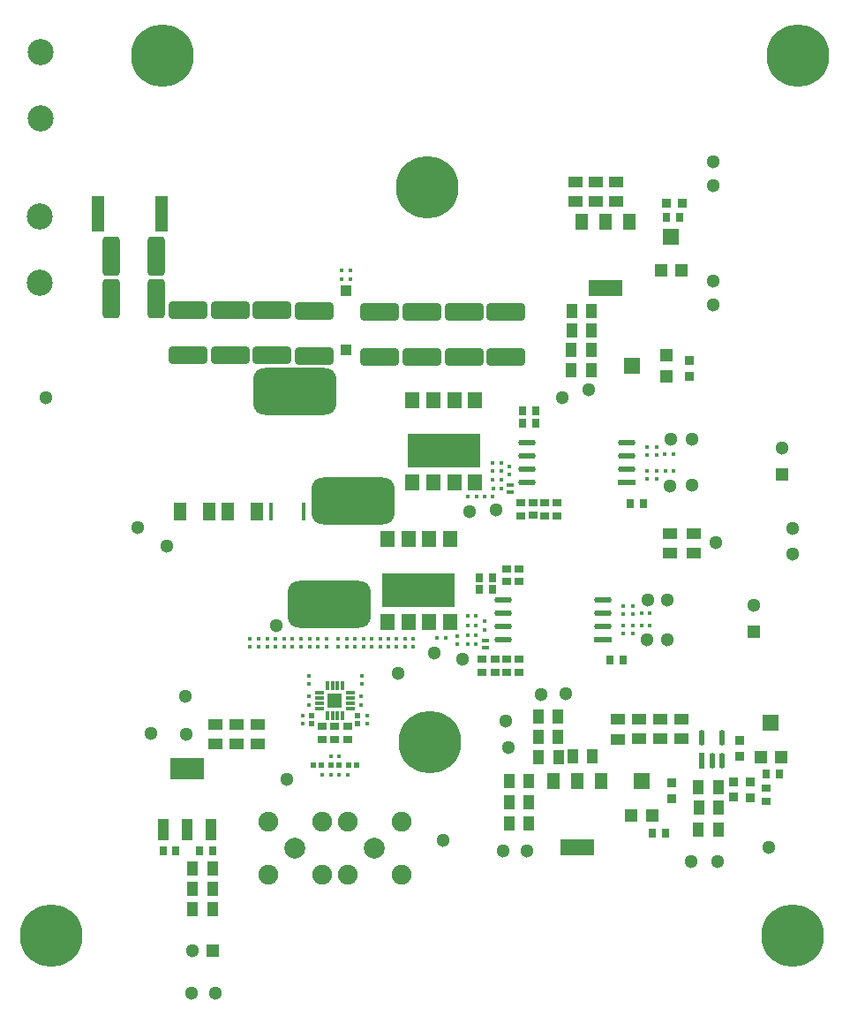
<source format=gbr>
%TF.GenerationSoftware,Altium Limited,Altium Designer,22.9.1 (49)*%
G04 Layer_Color=255*
%FSLAX45Y45*%
%MOMM*%
%TF.SameCoordinates,B7DE9D22-2107-43EB-A15B-9EDAE082944A*%
%TF.FilePolarity,Positive*%
%TF.FileFunction,Pads,Top*%
%TF.Part,Single*%
G01*
G75*
%TA.AperFunction,SMDPad,CuDef*%
%ADD10R,1.45000X1.00000*%
G04:AMPARAMS|DCode=11|XSize=1.7mm|YSize=3.8mm|CornerRadius=0.425mm|HoleSize=0mm|Usage=FLASHONLY|Rotation=90.000|XOffset=0mm|YOffset=0mm|HoleType=Round|Shape=RoundedRectangle|*
%AMROUNDEDRECTD11*
21,1,1.70000,2.95000,0,0,90.0*
21,1,0.85000,3.80000,0,0,90.0*
1,1,0.85000,1.47500,0.42500*
1,1,0.85000,1.47500,-0.42500*
1,1,0.85000,-1.47500,-0.42500*
1,1,0.85000,-1.47500,0.42500*
%
%ADD11ROUNDEDRECTD11*%
%ADD12C,1.30000*%
%ADD13R,1.00000X1.45000*%
%ADD14R,0.75000X0.85000*%
G04:AMPARAMS|DCode=15|XSize=1.65506mm|YSize=0.58213mm|CornerRadius=0.29107mm|HoleSize=0mm|Usage=FLASHONLY|Rotation=180.000|XOffset=0mm|YOffset=0mm|HoleType=Round|Shape=RoundedRectangle|*
%AMROUNDEDRECTD15*
21,1,1.65506,0.00000,0,0,180.0*
21,1,1.07293,0.58213,0,0,180.0*
1,1,0.58213,-0.53646,0.00000*
1,1,0.58213,0.53646,0.00000*
1,1,0.58213,0.53646,0.00000*
1,1,0.58213,-0.53646,0.00000*
%
%ADD15ROUNDEDRECTD15*%
%ADD16R,1.65506X0.58213*%
%ADD17R,1.20000X1.60000*%
%ADD18R,3.30000X1.60000*%
G04:AMPARAMS|DCode=19|XSize=8mm|YSize=4.5mm|CornerRadius=1.125mm|HoleSize=0mm|Usage=FLASHONLY|Rotation=180.000|XOffset=0mm|YOffset=0mm|HoleType=Round|Shape=RoundedRectangle|*
%AMROUNDEDRECTD19*
21,1,8.00000,2.25000,0,0,180.0*
21,1,5.75000,4.50000,0,0,180.0*
1,1,2.25000,-2.87500,1.12500*
1,1,2.25000,2.87500,1.12500*
1,1,2.25000,2.87500,-1.12500*
1,1,2.25000,-2.87500,-1.12500*
%
%ADD19ROUNDEDRECTD19*%
%ADD20R,0.45000X0.45000*%
%ADD21R,0.45000X0.45000*%
%ADD22R,0.71120X0.39370*%
%ADD23R,0.85000X0.75000*%
%ADD24R,1.20000X1.20000*%
%ADD25R,1.52400X1.52400*%
%ADD26R,0.52000X0.52000*%
%ADD27R,3.25000X2.15000*%
%ADD28R,1.00000X2.15000*%
%ADD29R,1.35000X1.65000*%
%ADD30R,7.00000X3.20000*%
%ADD31R,0.95000X0.95000*%
G04:AMPARAMS|DCode=32|XSize=0.86mm|YSize=0.26mm|CornerRadius=0.0325mm|HoleSize=0mm|Usage=FLASHONLY|Rotation=0.000|XOffset=0mm|YOffset=0mm|HoleType=Round|Shape=RoundedRectangle|*
%AMROUNDEDRECTD32*
21,1,0.86000,0.19500,0,0,0.0*
21,1,0.79500,0.26000,0,0,0.0*
1,1,0.06500,0.39750,-0.09750*
1,1,0.06500,-0.39750,-0.09750*
1,1,0.06500,-0.39750,0.09750*
1,1,0.06500,0.39750,0.09750*
%
%ADD32ROUNDEDRECTD32*%
G04:AMPARAMS|DCode=33|XSize=0.86mm|YSize=0.26mm|CornerRadius=0.0325mm|HoleSize=0mm|Usage=FLASHONLY|Rotation=90.000|XOffset=0mm|YOffset=0mm|HoleType=Round|Shape=RoundedRectangle|*
%AMROUNDEDRECTD33*
21,1,0.86000,0.19500,0,0,90.0*
21,1,0.79500,0.26000,0,0,90.0*
1,1,0.06500,0.09750,0.39750*
1,1,0.06500,0.09750,-0.39750*
1,1,0.06500,-0.09750,-0.39750*
1,1,0.06500,-0.09750,0.39750*
%
%ADD33ROUNDEDRECTD33*%
%ADD34R,1.40000X1.40000*%
%ADD35R,1.20000X1.20000*%
%ADD36R,1.52400X1.52400*%
%ADD37R,1.15000X1.75000*%
G04:AMPARAMS|DCode=38|XSize=1.50543mm|YSize=0.57583mm|CornerRadius=0.28791mm|HoleSize=0mm|Usage=FLASHONLY|Rotation=90.000|XOffset=0mm|YOffset=0mm|HoleType=Round|Shape=RoundedRectangle|*
%AMROUNDEDRECTD38*
21,1,1.50543,0.00000,0,0,90.0*
21,1,0.92960,0.57583,0,0,90.0*
1,1,0.57583,0.00000,0.46480*
1,1,0.57583,0.00000,-0.46480*
1,1,0.57583,0.00000,-0.46480*
1,1,0.57583,0.00000,0.46480*
%
%ADD38ROUNDEDRECTD38*%
%ADD39R,0.57583X1.50543*%
%ADD40R,0.95000X0.95000*%
%ADD41R,0.52000X0.52000*%
%ADD42R,1.00000X1.00000*%
G04:AMPARAMS|DCode=43|XSize=1.7mm|YSize=3.8mm|CornerRadius=0.425mm|HoleSize=0mm|Usage=FLASHONLY|Rotation=0.000|XOffset=0mm|YOffset=0mm|HoleType=Round|Shape=RoundedRectangle|*
%AMROUNDEDRECTD43*
21,1,1.70000,2.95000,0,0,0.0*
21,1,0.85000,3.80000,0,0,0.0*
1,1,0.85000,0.42500,-1.47500*
1,1,0.85000,-0.42500,-1.47500*
1,1,0.85000,-0.42500,1.47500*
1,1,0.85000,0.42500,1.47500*
%
%ADD43ROUNDEDRECTD43*%
%ADD44R,0.45000X1.70000*%
%ADD45R,1.25000X3.40000*%
%TA.AperFunction,ComponentPad*%
%ADD55C,1.30000*%
%ADD56C,6.00000*%
%ADD57C,1.90500*%
%ADD58C,2.00660*%
%ADD59C,0.60000*%
%ADD60C,2.50000*%
%ADD61R,1.30000X1.30000*%
%ADD62R,1.30000X1.30000*%
D10*
X2794000Y4311400D02*
D03*
Y4121400D02*
D03*
X2997200Y4311400D02*
D03*
Y4121400D02*
D03*
X6450618Y4170680D02*
D03*
Y4360680D02*
D03*
X7175500Y5950200D02*
D03*
Y6140200D02*
D03*
X6432790Y9514106D02*
D03*
Y9324106D02*
D03*
X6234670Y9514106D02*
D03*
Y9324106D02*
D03*
X7054603Y4173314D02*
D03*
Y4363314D02*
D03*
X6039090Y9514106D02*
D03*
Y9324106D02*
D03*
X6858038Y4172200D02*
D03*
Y4362200D02*
D03*
X2590800Y4121400D02*
D03*
Y4311400D02*
D03*
X6653818Y4173220D02*
D03*
Y4363220D02*
D03*
X6946900Y5950200D02*
D03*
Y6140200D02*
D03*
D11*
X4973320Y7831719D02*
D03*
Y8261721D02*
D03*
X2730500Y8279500D02*
D03*
Y7849500D02*
D03*
X3131820Y8279500D02*
D03*
Y7849500D02*
D03*
X3535680Y7846060D02*
D03*
Y8276062D02*
D03*
X2324100Y8279500D02*
D03*
Y7849500D02*
D03*
X4165600Y7831719D02*
D03*
Y8261721D02*
D03*
X5372100Y8261720D02*
D03*
Y7831720D02*
D03*
X4572000Y7831719D02*
D03*
Y8261721D02*
D03*
D12*
X2311400Y4216400D02*
D03*
X4960118Y4937346D02*
D03*
X3169920Y5257800D02*
D03*
X7160260Y6606540D02*
D03*
X5029200Y6350000D02*
D03*
X6172200Y7518400D02*
D03*
X5918200Y7442200D02*
D03*
X4343400Y4800600D02*
D03*
X6926580Y5509260D02*
D03*
X4691380Y4993640D02*
D03*
X6959600Y7045960D02*
D03*
X6949440Y6601460D02*
D03*
X5397500Y4089400D02*
D03*
X2121810Y6024942D02*
D03*
X5715000Y4599940D02*
D03*
X6924040Y5123180D02*
D03*
X6731000D02*
D03*
X6738620Y5509260D02*
D03*
X965200Y7442200D02*
D03*
X7899400Y3136900D02*
D03*
X1968500Y4229100D02*
D03*
X5946140Y4605020D02*
D03*
X7157720Y7043420D02*
D03*
X7388860Y6055360D02*
D03*
X5277773Y6367467D02*
D03*
D13*
X6193540Y7708900D02*
D03*
X6003540D02*
D03*
X5595887Y3365454D02*
D03*
X5405887D02*
D03*
X5593984Y3565502D02*
D03*
X5403984D02*
D03*
X5875058Y4196080D02*
D03*
X5685058D02*
D03*
X7220144Y3302985D02*
D03*
X7410144D02*
D03*
X2371151Y2737215D02*
D03*
X2561151D02*
D03*
X6193540Y7899400D02*
D03*
X6003540D02*
D03*
X6194571Y8088794D02*
D03*
X6004570D02*
D03*
X5872868Y4391064D02*
D03*
X5682868D02*
D03*
X2558800Y2540000D02*
D03*
X2368800D02*
D03*
X7223963Y3514287D02*
D03*
X7413963D02*
D03*
X6195060Y8277860D02*
D03*
X6005060D02*
D03*
X6015258Y4003040D02*
D03*
X6205258D02*
D03*
X5877598Y4000500D02*
D03*
X5687598D02*
D03*
X7221258Y3710940D02*
D03*
X7411258D02*
D03*
X5594138Y3769360D02*
D03*
X5404138D02*
D03*
X2368800Y2933700D02*
D03*
X2558800D02*
D03*
D14*
X6566900Y6426200D02*
D03*
X6691900D02*
D03*
X5537200Y7315200D02*
D03*
X5662200D02*
D03*
X6501400Y4927600D02*
D03*
X6376400D02*
D03*
X5120746Y5603787D02*
D03*
X5245746D02*
D03*
X2439400Y3098800D02*
D03*
X2564400D02*
D03*
X7997460Y3838580D02*
D03*
X7872460D02*
D03*
X5661633Y7201401D02*
D03*
X5536633D02*
D03*
X2084800Y3098800D02*
D03*
X2209800D02*
D03*
X6914880Y9169400D02*
D03*
X7039880D02*
D03*
X5119100Y5715000D02*
D03*
X5244100D02*
D03*
X6901720Y3270200D02*
D03*
X6776720D02*
D03*
D15*
X5349277Y5378606D02*
D03*
Y5251606D02*
D03*
X6305391Y5378606D02*
D03*
Y5251606D02*
D03*
X5349277Y5505606D02*
D03*
Y5124606D02*
D03*
X6305391Y5505606D02*
D03*
X6532208Y7008323D02*
D03*
X5576093Y6627323D02*
D03*
Y7008323D02*
D03*
X6532208Y6754323D02*
D03*
Y6881323D02*
D03*
X5576093Y6754323D02*
D03*
Y6881323D02*
D03*
D16*
X6305391Y5124606D02*
D03*
X6532208Y6627323D02*
D03*
D17*
X5829494Y3770746D02*
D03*
X6059494D02*
D03*
X6289494D02*
D03*
X6558650Y9133028D02*
D03*
X6328650D02*
D03*
X6098649D02*
D03*
D18*
X6059494Y3130746D02*
D03*
X6328650Y8493028D02*
D03*
D19*
X3911600Y6451600D02*
D03*
X3352800Y7505700D02*
D03*
X3683000Y5461000D02*
D03*
D20*
X5012636Y6492789D02*
D03*
X5092636D02*
D03*
X5247531Y6741293D02*
D03*
X5327531D02*
D03*
X6675760Y5374640D02*
D03*
X6755760D02*
D03*
X5247154Y6494275D02*
D03*
X5167153D02*
D03*
X5085502Y5348643D02*
D03*
X5005502D02*
D03*
X4714621Y5137222D02*
D03*
X4794621D02*
D03*
X5005915Y5078888D02*
D03*
X5085915D02*
D03*
X6984360Y6741160D02*
D03*
X6904360D02*
D03*
X5330800Y6570778D02*
D03*
X5250800D02*
D03*
X5247954Y6821270D02*
D03*
X5327955D02*
D03*
X5246844Y6660242D02*
D03*
X5326844D02*
D03*
X3854681Y3829142D02*
D03*
X3774681D02*
D03*
X3614681Y3829142D02*
D03*
X3694681D02*
D03*
X6981180Y6898640D02*
D03*
X6901180D02*
D03*
X5086000Y5170778D02*
D03*
X5006000D02*
D03*
X5005998Y5257800D02*
D03*
X5085998D02*
D03*
X3694681Y4009142D02*
D03*
X3774681D02*
D03*
X6673220Y5257800D02*
D03*
X6753220D02*
D03*
D21*
X5411221Y6705505D02*
D03*
Y6785505D02*
D03*
X3484681Y4779142D02*
D03*
Y4699142D02*
D03*
X4044682Y4399142D02*
D03*
Y4319142D02*
D03*
X4406900Y5132700D02*
D03*
Y5052700D02*
D03*
X4086900Y5132700D02*
D03*
Y5052700D02*
D03*
X4486900Y5132700D02*
D03*
Y5052700D02*
D03*
X3881771Y8580120D02*
D03*
Y8660120D02*
D03*
X6731000Y6974200D02*
D03*
Y6894200D02*
D03*
X6819900Y6665600D02*
D03*
Y6745600D02*
D03*
X3489960Y5052700D02*
D03*
Y5132700D02*
D03*
X3408680Y5052700D02*
D03*
Y5132700D02*
D03*
X3984681Y4499142D02*
D03*
Y4579142D02*
D03*
X3484681D02*
D03*
Y4499142D02*
D03*
X3424682Y4399142D02*
D03*
Y4319142D02*
D03*
X3846900Y5132700D02*
D03*
Y5052701D02*
D03*
X4166900Y5132700D02*
D03*
Y5052700D02*
D03*
X6591300Y5370200D02*
D03*
Y5450200D02*
D03*
X6502400Y5261600D02*
D03*
Y5181600D02*
D03*
X2921000Y5052700D02*
D03*
Y5132700D02*
D03*
X3083560Y5052700D02*
D03*
Y5132700D02*
D03*
X4246900D02*
D03*
Y5052700D02*
D03*
X3926900Y5132700D02*
D03*
Y5052700D02*
D03*
X6591300Y5262240D02*
D03*
Y5182240D02*
D03*
X6502400Y5370200D02*
D03*
Y5450200D02*
D03*
X6731000Y6665600D02*
D03*
Y6745600D02*
D03*
X3652520Y5052700D02*
D03*
Y5132700D02*
D03*
X3571240Y5052700D02*
D03*
Y5132700D02*
D03*
X3246120Y5052700D02*
D03*
Y5132700D02*
D03*
X5173100Y5298689D02*
D03*
Y5218689D02*
D03*
X3766900Y5052701D02*
D03*
Y5132700D02*
D03*
X3994682Y4779142D02*
D03*
Y4699142D02*
D03*
X4326900Y5132700D02*
D03*
Y5052700D02*
D03*
X4911378Y5078100D02*
D03*
Y5158100D02*
D03*
X4006900Y5132700D02*
D03*
Y5052700D02*
D03*
X3801773Y8580120D02*
D03*
Y8660120D02*
D03*
X6819900Y6973560D02*
D03*
Y6893560D02*
D03*
X3327400Y5052700D02*
D03*
Y5132700D02*
D03*
X3164840Y5052700D02*
D03*
Y5132700D02*
D03*
X3002280Y5052700D02*
D03*
Y5132700D02*
D03*
D22*
X5412517Y6607922D02*
D03*
Y6538072D02*
D03*
X5177254Y5048262D02*
D03*
Y5118112D02*
D03*
D23*
X5745013Y6438317D02*
D03*
Y6313317D02*
D03*
X5515898Y6437900D02*
D03*
Y6312900D02*
D03*
X3854682Y4166643D02*
D03*
Y4291641D02*
D03*
X5498628Y5805346D02*
D03*
Y5680346D02*
D03*
X5384577Y4813969D02*
D03*
Y4938969D02*
D03*
X5268014Y4813737D02*
D03*
Y4938737D02*
D03*
X3614682Y4166643D02*
D03*
Y4291641D02*
D03*
X5861019Y6438369D02*
D03*
Y6313369D02*
D03*
X5632419Y6439369D02*
D03*
Y6314369D02*
D03*
X7868200Y3576720D02*
D03*
Y3701720D02*
D03*
X5377702Y5805042D02*
D03*
Y5680042D02*
D03*
X5147598Y4814300D02*
D03*
Y4939300D02*
D03*
X5500582Y4812724D02*
D03*
Y4937724D02*
D03*
X3734682Y4166643D02*
D03*
Y4291641D02*
D03*
D24*
X6576584Y3440485D02*
D03*
X6776584D02*
D03*
X7816198Y3998300D02*
D03*
X8016198D02*
D03*
X7059600Y8659200D02*
D03*
X6859600D02*
D03*
D25*
X6676584Y3770484D02*
D03*
X7916198Y4328300D02*
D03*
X6959600Y8989200D02*
D03*
D26*
X3693681Y3919142D02*
D03*
X3775682D02*
D03*
X3945682D02*
D03*
X3863681D02*
D03*
X3523680Y3919142D02*
D03*
X3605682D02*
D03*
D27*
X2319020Y3886200D02*
D03*
D28*
X2549020Y3301200D02*
D03*
X2319020D02*
D03*
X2089020D02*
D03*
D29*
X4837998Y5292100D02*
D03*
X4637998D02*
D03*
X4437998D02*
D03*
X4237998D02*
D03*
X4437998Y6087100D02*
D03*
X4237998D02*
D03*
X4637998D02*
D03*
X4837998D02*
D03*
X5078094Y6627564D02*
D03*
X4878094D02*
D03*
X4478093Y7422564D02*
D03*
X4678094D02*
D03*
X4878094D02*
D03*
X5078094D02*
D03*
X4678094Y6627564D02*
D03*
X4478093D02*
D03*
D30*
X4537998Y5598600D02*
D03*
X4778094Y6934064D02*
D03*
D31*
X6917620Y9306560D02*
D03*
X7067620D02*
D03*
D32*
X3879682Y4614142D02*
D03*
Y4464142D02*
D03*
Y4514142D02*
D03*
Y4564142D02*
D03*
X3589682Y4614142D02*
D03*
Y4464142D02*
D03*
Y4564142D02*
D03*
Y4514142D02*
D03*
D33*
X3759682Y4684142D02*
D03*
X3809682D02*
D03*
X3709682D02*
D03*
X3659682D02*
D03*
X3759682Y4394142D02*
D03*
X3709682D02*
D03*
X3659682D02*
D03*
X3809682D02*
D03*
D34*
X3734682Y4539142D02*
D03*
D35*
X6911000Y7647000D02*
D03*
Y7847000D02*
D03*
D36*
X6581000Y7747000D02*
D03*
D37*
X2702300Y6350000D02*
D03*
X2987300D02*
D03*
X2530100D02*
D03*
X2245100D02*
D03*
D38*
X7446635Y4184409D02*
D03*
Y3964332D02*
D03*
X7256635Y4184409D02*
D03*
X7351635Y3964332D02*
D03*
D39*
X7256635D02*
D03*
D40*
X6964718Y3752920D02*
D03*
Y3602920D02*
D03*
X7620038Y4156780D02*
D03*
Y4006780D02*
D03*
X7137400Y7646600D02*
D03*
Y7796600D02*
D03*
X7561618Y3763080D02*
D03*
Y3613080D02*
D03*
X7721600Y3608000D02*
D03*
Y3758000D02*
D03*
D41*
X3954681Y4318141D02*
D03*
Y4400143D02*
D03*
X3514681Y4318141D02*
D03*
Y4400143D02*
D03*
D42*
X3839829Y8468658D02*
D03*
Y7898657D02*
D03*
D43*
X2018400Y8394700D02*
D03*
X1588400D02*
D03*
X2018400Y8801100D02*
D03*
X1588400D02*
D03*
D44*
X3119100Y6350000D02*
D03*
X3434100D02*
D03*
D45*
X1460302Y9207500D02*
D03*
X2070298D02*
D03*
D55*
X5372100Y4343400D02*
D03*
X3276600Y3784600D02*
D03*
X4775200Y3200400D02*
D03*
X1841500Y6197600D02*
D03*
X2298700Y4584700D02*
D03*
X7407663Y3001843D02*
D03*
X5350798Y3098800D02*
D03*
X8128000Y6189980D02*
D03*
X7366000Y9707182D02*
D03*
Y8331200D02*
D03*
X2590800Y1739900D02*
D03*
X2365400Y2146300D02*
D03*
X5579398Y3098800D02*
D03*
X7153663Y3001843D02*
D03*
X2362200Y1739900D02*
D03*
X8026400Y6959600D02*
D03*
X7366000Y8564182D02*
D03*
Y9474200D02*
D03*
X7749540Y5450840D02*
D03*
X8128000Y5943600D02*
D03*
D56*
X2082800Y10718800D02*
D03*
X8128000Y2286000D02*
D03*
X4622800Y9461500D02*
D03*
X8178800Y10718800D02*
D03*
X4648200Y4140200D02*
D03*
X1016000Y2286000D02*
D03*
D57*
X3608070Y3379470D02*
D03*
Y2868930D02*
D03*
X3097530Y3379470D02*
D03*
Y2868930D02*
D03*
X4370070Y3379470D02*
D03*
Y2868930D02*
D03*
X3859530D02*
D03*
Y3379470D02*
D03*
D58*
X3352800Y3124200D02*
D03*
X4114800D02*
D03*
D59*
X3694682Y4579142D02*
D03*
X3774682D02*
D03*
Y4499142D02*
D03*
X3694682D02*
D03*
D60*
X914400Y10121900D02*
D03*
Y10756900D02*
D03*
X905798Y8542020D02*
D03*
Y9177020D02*
D03*
D61*
X2565400Y2146300D02*
D03*
D62*
X8026400Y6705600D02*
D03*
X7749540Y5196840D02*
D03*
%TF.MD5,70ef2f14fae36e0693979bbc4b4153c2*%
M02*

</source>
